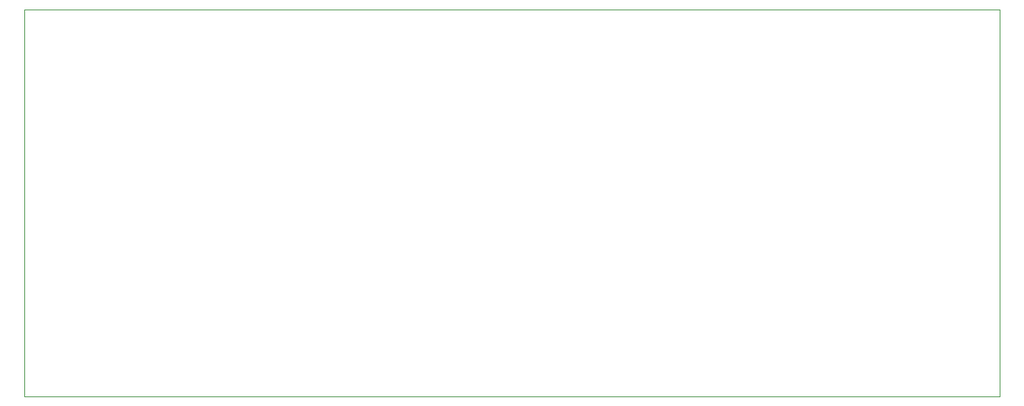
<source format=gbr>
%TF.GenerationSoftware,KiCad,Pcbnew,8.0.2*%
%TF.CreationDate,2024-05-25T18:25:13-04:00*%
%TF.ProjectId,8bc_clock,3862635f-636c-46f6-936b-2e6b69636164,3.0*%
%TF.SameCoordinates,Original*%
%TF.FileFunction,Profile,NP*%
%FSLAX46Y46*%
G04 Gerber Fmt 4.6, Leading zero omitted, Abs format (unit mm)*
G04 Created by KiCad (PCBNEW 8.0.2) date 2024-05-25 18:25:13*
%MOMM*%
%LPD*%
G01*
G04 APERTURE LIST*
%TA.AperFunction,Profile*%
%ADD10C,0.050000*%
%TD*%
G04 APERTURE END LIST*
D10*
X155000000Y-25500000D02*
X267000000Y-25500000D01*
X267000000Y-70000000D01*
X155000000Y-70000000D01*
X155000000Y-25500000D01*
M02*

</source>
